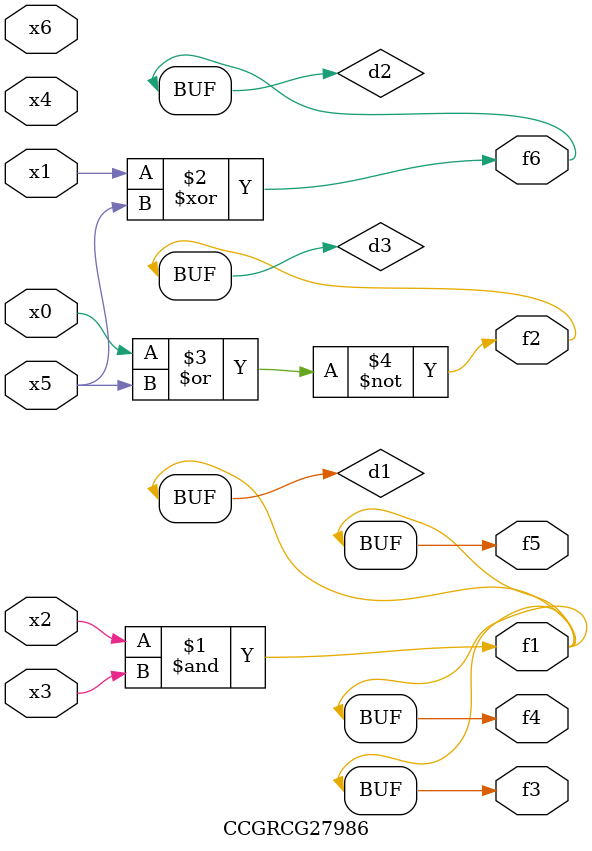
<source format=v>
module CCGRCG27986(
	input x0, x1, x2, x3, x4, x5, x6,
	output f1, f2, f3, f4, f5, f6
);

	wire d1, d2, d3;

	and (d1, x2, x3);
	xor (d2, x1, x5);
	nor (d3, x0, x5);
	assign f1 = d1;
	assign f2 = d3;
	assign f3 = d1;
	assign f4 = d1;
	assign f5 = d1;
	assign f6 = d2;
endmodule

</source>
